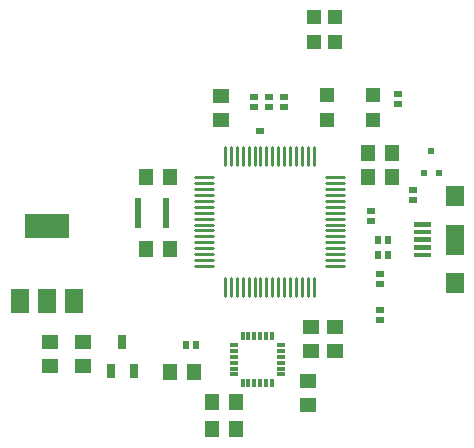
<source format=gtp>
G04 ---------------------------- Layer name :TOP PASTER LAYER*
G04 EasyEDA v5.8.20, Mon, 19 Nov 2018 12:00:09 GMT*
G04 c1adaa7c60de435bb68341a8a3b3a182*
G04 Gerber Generator version 0.2*
G04 Scale: 100 percent, Rotated: No, Reflected: No *
G04 Dimensions in millimeters *
G04 leading zeros omitted , absolute positions ,3 integer and 3 decimal *
%FSLAX33Y33*%
%MOMM*%
G90*
G71D02*

%ADD13C,0.280010*%
%ADD16R,1.160018X1.469898*%
%ADD17R,1.469898X1.160018*%
%ADD18R,1.499870X1.800098*%
%ADD19R,1.499870X2.499868*%
%ADD20R,3.799992X1.999996*%
%ADD21R,1.499997X1.999996*%
%ADD22R,0.599948X0.649986*%
%ADD23R,0.649986X0.599948*%
%ADD24R,1.198880X1.198880*%
%ADD25R,0.699999X1.250010*%
%ADD26R,0.499999X2.499995*%
%ADD27R,1.300480X1.150620*%
%ADD28R,0.550012X0.599948*%
%ADD29R,0.299720X0.800100*%
%ADD30R,0.800100X0.299720*%

%LPD*%
G54D13*
G01X19110Y27391D02*
G01X19110Y25872D01*
G01X19611Y27391D02*
G01X19611Y25872D01*
G01X20109Y27391D02*
G01X20109Y25872D01*
G01X20609Y27391D02*
G01X20609Y25872D01*
G01X21109Y27391D02*
G01X21109Y25872D01*
G01X21610Y27391D02*
G01X21610Y25872D01*
G01X22110Y27391D02*
G01X22110Y25872D01*
G01X22611Y27391D02*
G01X22611Y25872D01*
G01X23108Y27391D02*
G01X23108Y25872D01*
G01X23609Y27391D02*
G01X23609Y25872D01*
G01X24109Y27391D02*
G01X24109Y25872D01*
G01X24610Y27391D02*
G01X24610Y25872D01*
G01X25110Y27391D02*
G01X25110Y25872D01*
G01X25610Y27391D02*
G01X25610Y25872D01*
G01X26111Y27391D02*
G01X26111Y25872D01*
G01X26609Y27391D02*
G01X26609Y25872D01*
G01X27650Y24831D02*
G01X29169Y24831D01*
G01X27650Y24330D02*
G01X29169Y24330D01*
G01X27650Y23832D02*
G01X29169Y23832D01*
G01X27650Y23332D02*
G01X29169Y23332D01*
G01X27650Y22832D02*
G01X29169Y22832D01*
G01X27650Y22331D02*
G01X29169Y22331D01*
G01X27650Y21831D02*
G01X29169Y21831D01*
G01X27650Y21330D02*
G01X29169Y21330D01*
G01X27650Y20833D02*
G01X29169Y20833D01*
G01X27650Y20332D02*
G01X29169Y20332D01*
G01X27650Y19832D02*
G01X29169Y19832D01*
G01X27650Y19331D02*
G01X29169Y19331D01*
G01X27650Y18831D02*
G01X29169Y18831D01*
G01X27650Y18331D02*
G01X29169Y18331D01*
G01X27650Y17830D02*
G01X29169Y17830D01*
G01X27650Y17332D02*
G01X29169Y17332D01*
G01X26609Y16291D02*
G01X26609Y14772D01*
G01X26111Y16291D02*
G01X26111Y14772D01*
G01X25610Y16291D02*
G01X25610Y14772D01*
G01X25110Y16291D02*
G01X25110Y14772D01*
G01X24610Y16291D02*
G01X24610Y14772D01*
G01X24109Y16291D02*
G01X24109Y14772D01*
G01X23609Y16291D02*
G01X23609Y14772D01*
G01X23108Y16291D02*
G01X23108Y14772D01*
G01X22611Y16291D02*
G01X22611Y14772D01*
G01X22110Y16291D02*
G01X22110Y14772D01*
G01X21610Y16291D02*
G01X21610Y14772D01*
G01X21109Y16291D02*
G01X21109Y14772D01*
G01X20609Y16291D02*
G01X20609Y14772D01*
G01X20109Y16291D02*
G01X20109Y14772D01*
G01X19611Y16291D02*
G01X19611Y14772D01*
G01X19110Y16291D02*
G01X19110Y14772D01*
G01X16550Y17332D02*
G01X18069Y17332D01*
G01X16550Y17830D02*
G01X18069Y17830D01*
G01X16550Y18331D02*
G01X18069Y18331D01*
G01X16550Y18831D02*
G01X18069Y18831D01*
G01X16550Y19331D02*
G01X18069Y19331D01*
G01X16550Y19832D02*
G01X18069Y19832D01*
G01X16550Y20332D02*
G01X18069Y20332D01*
G01X16550Y20833D02*
G01X18069Y20833D01*
G01X16550Y21330D02*
G01X18069Y21330D01*
G01X16550Y21831D02*
G01X18069Y21831D01*
G01X16550Y22331D02*
G01X18069Y22331D01*
G01X16550Y22832D02*
G01X18069Y22832D01*
G01X16550Y23332D02*
G01X18069Y23332D01*
G01X16550Y23832D02*
G01X18069Y23832D01*
G01X16550Y24330D02*
G01X18069Y24330D01*
G01X16550Y24831D02*
G01X18069Y24831D01*
G54D16*
G01X14478Y8382D03*
G01X16510Y8382D03*
G54D17*
G01X26162Y5587D03*
G01X26162Y7619D03*
G54D16*
G01X18034Y5842D03*
G01X20066Y5842D03*
G36*
G01X36537Y19758D02*
G01X36537Y19357D01*
G01X35090Y19357D01*
G01X35090Y19758D01*
G01X36537Y19758D01*
G37*
G36*
G01X36537Y19108D02*
G01X36537Y18707D01*
G01X35090Y18707D01*
G01X35090Y19108D01*
G01X36537Y19108D01*
G37*
G36*
G01X36537Y18458D02*
G01X36537Y18056D01*
G01X35090Y18056D01*
G01X35090Y18458D01*
G01X36537Y18458D01*
G37*
G36*
G01X36537Y20408D02*
G01X36537Y20007D01*
G01X35090Y20007D01*
G01X35090Y20408D01*
G01X36537Y20408D01*
G37*
G36*
G01X36537Y21059D02*
G01X36537Y20657D01*
G01X35090Y20657D01*
G01X35090Y21059D01*
G01X36537Y21059D01*
G37*
G54D18*
G01X38538Y15872D03*
G54D19*
G01X38538Y19558D03*
G54D18*
G01X38538Y23243D03*
G54D20*
G01X4064Y20675D03*
G54D21*
G01X4064Y14375D03*
G01X6363Y14375D03*
G01X1764Y14375D03*
G54D17*
G01X7112Y8889D03*
G01X7112Y10921D03*
G01X4318Y8889D03*
G01X4318Y10921D03*
G54D16*
G01X12446Y24892D03*
G01X14478Y24892D03*
G01X12446Y18796D03*
G01X14478Y18796D03*
G01X31242Y26924D03*
G01X33274Y26924D03*
G54D17*
G01X28448Y10159D03*
G01X28448Y12191D03*
G01X18796Y31750D03*
G01X18796Y29718D03*
G54D22*
G01X32087Y19558D03*
G01X32936Y19558D03*
G54D23*
G01X24130Y30817D03*
G01X24130Y31666D03*
G01X22860Y30817D03*
G01X22860Y31666D03*
G54D24*
G01X26670Y38379D03*
G01X26670Y36296D03*
G01X28448Y38379D03*
G01X28448Y36296D03*
G54D25*
G01X10414Y10901D03*
G01X11363Y8402D03*
G01X9464Y8402D03*
G54D16*
G01X20066Y3555D03*
G01X18034Y3555D03*
G54D22*
G01X15831Y10668D03*
G01X16680Y10668D03*
G54D26*
G01X11755Y21844D03*
G01X14152Y21844D03*
G54D27*
G01X27762Y31800D03*
G01X27762Y29667D03*
G01X31673Y29667D03*
G01X31673Y31800D03*
G54D23*
G01X33782Y31071D03*
G01X33782Y31920D03*
G54D22*
G01X32087Y18288D03*
G01X32936Y18288D03*
G54D23*
G01X32258Y13632D03*
G01X32258Y12783D03*
G54D16*
G01X33274Y24891D03*
G01X31242Y24891D03*
G54D17*
G01X26416Y10159D03*
G01X26416Y12191D03*
G54D23*
G01X22098Y28785D03*
G01X21590Y31666D03*
G01X21590Y30817D03*
G54D28*
G01X36576Y27087D03*
G01X37236Y25237D03*
G01X35915Y25237D03*
G54D23*
G01X31496Y21165D03*
G01X31496Y22014D03*
G01X35052Y23792D03*
G01X35052Y22943D03*
G54D29*
G01X23088Y11404D03*
G01X22606Y11404D03*
G01X22098Y11404D03*
G01X21590Y11404D03*
G01X21082Y11404D03*
G01X20599Y11404D03*
G54D30*
G01X19837Y10642D03*
G01X19837Y10160D03*
G01X19837Y9652D03*
G01X19837Y9144D03*
G01X19837Y8636D03*
G01X19837Y8153D03*
G54D29*
G01X20599Y7391D03*
G01X21082Y7391D03*
G01X21590Y7391D03*
G01X22098Y7391D03*
G01X22606Y7391D03*
G01X23088Y7391D03*
G54D30*
G01X23850Y8153D03*
G01X23850Y8636D03*
G01X23850Y9144D03*
G01X23850Y9652D03*
G01X23850Y10160D03*
G01X23850Y10642D03*
G54D23*
G01X32258Y15831D03*
G01X32258Y16680D03*
M00*
M02*

</source>
